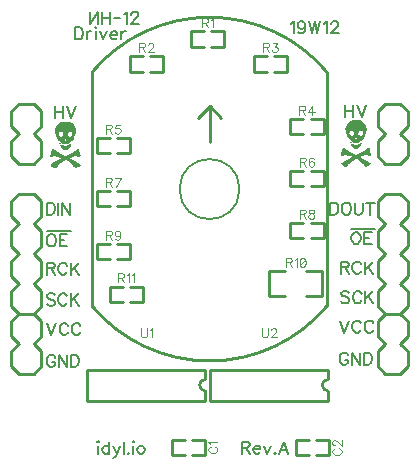
<source format=gbr>
G04 DipTrace 3.1.0.1*
G04 SerialNixieDriver.TopSilk.gbr*
%MOIN*%
G04 #@! TF.FileFunction,Legend,Top*
G04 #@! TF.Part,Single*
%ADD10C,0.009843*%
%ADD12C,0.002992*%
%ADD19C,0.01*%
%ADD20C,0.005*%
%ADD52C,0.004632*%
%ADD53C,0.006176*%
%FSLAX26Y26*%
G04*
G70*
G90*
G75*
G01*
G04 TopSilk*
%LPD*%
X1002277Y511732D2*
D10*
X958976D1*
Y460551D1*
X1002277D1*
X1069202Y511732D2*
X1025901D1*
X1069213D2*
Y460551D1*
X1025901D2*
X1069202D1*
X1415663Y511732D2*
X1372362D1*
Y460551D1*
X1415663D1*
X1482587Y511732D2*
X1439287D1*
X1482598D2*
Y460551D1*
X1439287D2*
X1482587D1*
X422756Y1606364D2*
Y1556416D1*
Y1606364D2*
X447756Y1631417D1*
X497756D1*
X522756Y1606364D1*
X422756Y1556416D2*
X447756Y1531362D1*
X422756Y1506468D1*
X497756Y1431467D2*
X522756Y1456361D1*
Y1506468D1*
X497756Y1531362D1*
X522756Y1556416D1*
Y1581470D1*
Y1606364D1*
X422756Y1506468D2*
Y1456361D1*
X447756Y1431467D1*
X497756D1*
X1643228Y1606364D2*
Y1556416D1*
Y1606364D2*
X1668228Y1631417D1*
X1718228D1*
X1743228Y1606364D1*
X1643228Y1556416D2*
X1668228Y1531362D1*
X1643228Y1506468D1*
X1718228Y1431467D2*
X1743228Y1456361D1*
Y1506468D1*
X1718228Y1531362D1*
X1743228Y1556416D1*
Y1581470D1*
Y1606364D1*
X1643228Y1506468D2*
Y1456361D1*
X1668228Y1431467D1*
X1718228D1*
X422756Y1306377D2*
Y1256417D1*
Y1306377D2*
X447756Y1331417D1*
X497756D1*
X522756Y1306377D1*
X422756Y1256417D2*
X447756Y1231377D1*
X422756Y1206457D1*
X522756Y956417D2*
Y1006377D1*
X497756Y1031417D1*
X522756Y1056457D1*
Y1106417D1*
X497756Y1131457D1*
X522756Y1156377D1*
Y1206457D1*
X497756Y1231377D1*
X522756Y1256417D1*
Y1281457D1*
Y1306377D1*
X422756Y1206457D2*
Y1156377D1*
X447756Y1131457D1*
X422756Y1106417D1*
Y1056457D1*
X447756Y1031417D1*
X422756Y1006377D1*
Y956417D1*
X447756Y931417D1*
X497756D1*
X522756Y956417D1*
X1643228Y1306377D2*
Y1256417D1*
Y1306377D2*
X1668228Y1331417D1*
X1718228D1*
X1743228Y1306377D1*
X1643228Y1256417D2*
X1668228Y1231377D1*
X1643228Y1206457D1*
X1743228Y956417D2*
Y1006377D1*
X1718228Y1031417D1*
X1743228Y1056457D1*
Y1106417D1*
X1718228Y1131457D1*
X1743228Y1156377D1*
Y1206457D1*
X1718228Y1231377D1*
X1743228Y1256417D1*
Y1281457D1*
Y1306377D1*
X1643228Y1206457D2*
Y1156377D1*
X1668228Y1131457D1*
X1643228Y1106417D1*
Y1056457D1*
X1668228Y1031417D1*
X1643228Y1006377D1*
Y956417D1*
X1668228Y931417D1*
X1718228D1*
X1743228Y956417D1*
X422756Y906364D2*
Y856416D1*
Y906364D2*
X447756Y931417D1*
X497756D1*
X522756Y906364D1*
X422756Y856416D2*
X447756Y831362D1*
X422756Y806468D1*
X497756Y731467D2*
X522756Y756361D1*
Y806468D1*
X497756Y831362D1*
X522756Y856416D1*
Y881470D1*
Y906364D1*
X422756Y806468D2*
Y756361D1*
X447756Y731467D1*
X497756D1*
X1643228Y906364D2*
Y856416D1*
Y906364D2*
X1668228Y931417D1*
X1718228D1*
X1743228Y906364D1*
X1643228Y856416D2*
X1668228Y831362D1*
X1643228Y806468D1*
X1718228Y731467D2*
X1743228Y756361D1*
Y806468D1*
X1718228Y831362D1*
X1743228Y856416D1*
Y881470D1*
Y906364D1*
X1643228Y806468D2*
Y756361D1*
X1668228Y731467D1*
X1718228D1*
X1473617Y956138D2*
D19*
G02X692367Y956138I-390625J327797D01*
G01*
X1473617Y1737405D2*
Y956138D1*
X692367D2*
Y1737405D1*
X982992Y1346772D2*
D20*
G02X982992Y1346772I100000J0D01*
G01*
X1082992Y1622392D2*
D10*
X1043617Y1582985D1*
X1082992Y1622392D2*
X1122367Y1582985D1*
X1473617Y1737405D2*
D19*
G03X692367Y1737405I-390625J-327797D01*
G01*
X1082992Y1504285D2*
D10*
Y1622392D1*
X1088904Y1821181D2*
X1132205D1*
Y1872362D1*
X1088904D1*
X1021980Y1821181D2*
X1065280D1*
X1021969D2*
Y1872362D1*
X1065280D2*
X1021980D1*
X884180Y1738504D2*
X927480D1*
Y1789685D1*
X884180D1*
X817255Y1738504D2*
X860556D1*
X817244D2*
Y1789685D1*
X860556D2*
X817255D1*
X1297565Y1738504D2*
X1340866D1*
Y1789685D1*
X1297565D1*
X1230641Y1738504D2*
X1273942D1*
X1230630D2*
Y1789685D1*
X1273942D2*
X1230641D1*
X1395978Y1581024D2*
X1352677D1*
Y1529843D1*
X1395978D1*
X1462902Y1581024D2*
X1419602D1*
X1462913D2*
Y1529843D1*
X1419602D2*
X1462902D1*
X773943Y1466850D2*
X817244D1*
Y1518031D1*
X773943D1*
X707019Y1466850D2*
X750320D1*
X707008D2*
Y1518031D1*
X750320D2*
X707019D1*
X1395978Y1407795D2*
X1352677D1*
Y1356614D1*
X1395978D1*
X1462902Y1407795D2*
X1419602D1*
X1462913D2*
Y1356614D1*
X1419602D2*
X1462902D1*
X773943Y1289685D2*
X817244D1*
Y1340866D1*
X773943D1*
X707019Y1289685D2*
X750320D1*
X707008D2*
Y1340866D1*
X750320D2*
X707019D1*
X1395978Y1234567D2*
X1352677D1*
Y1183386D1*
X1395978D1*
X1462902Y1234567D2*
X1419602D1*
X1462913D2*
Y1183386D1*
X1419602D2*
X1462902D1*
X773943Y1112520D2*
X817244D1*
Y1163701D1*
X773943D1*
X707019Y1112520D2*
X750320D1*
X707008D2*
Y1163701D1*
X750320D2*
X707019D1*
X1281811Y1073150D2*
X1334961D1*
X1281811Y990472D2*
X1334961D1*
X1405827Y1073150D2*
X1458976D1*
X1281811Y990472D2*
Y1073150D1*
X1405827Y990472D2*
X1458976D1*
Y1073150D1*
X817250Y970787D2*
X860551D1*
Y1021969D1*
X817250D1*
X750326Y970787D2*
X793627D1*
X750315D2*
Y1021969D1*
X793627D2*
X750326D1*
X1069394Y744417D2*
X675724D1*
X1069394Y642040D2*
X675724D1*
Y744417D2*
Y642040D1*
X1069394Y744417D2*
Y712923D1*
Y673534D2*
Y642040D1*
Y712923D2*
G03X1069394Y673534I11J-19694D01*
G01*
X1478843Y744417D2*
X1085173D1*
X1478843Y642040D2*
X1085173D1*
Y744417D2*
Y642040D1*
X1478843Y744417D2*
Y712923D1*
Y673534D2*
Y642040D1*
Y712923D2*
G03X1478843Y673534I11J-19694D01*
G01*
X591172Y1571820D2*
D12*
X612117D1*
X585417Y1568828D2*
X617871D1*
X580718Y1565836D2*
X622570D1*
X576962Y1562844D2*
X626315D1*
X573977Y1559852D2*
X629207D1*
X571662Y1556860D2*
X631245D1*
X569876Y1553867D2*
X632696D1*
X568599Y1550875D2*
X633922D1*
X567859Y1547883D2*
X634896D1*
X567507Y1544891D2*
X635399D1*
X567453Y1541899D2*
X635327D1*
X567770Y1538907D2*
X634738D1*
X568475Y1535915D2*
X578753D1*
X593564D2*
X609713D1*
X624536D2*
X633922D1*
X569338Y1532923D2*
X578116D1*
X595552D2*
X607975D1*
X625173D2*
X633028D1*
X570250Y1529930D2*
X577508D1*
X596168D2*
X606805D1*
X625781D2*
X631937D1*
X571348Y1526938D2*
X577946D1*
X595587D2*
X606959D1*
X625343D2*
X630664D1*
X572623Y1523946D2*
X580012D1*
X593426D2*
X609359D1*
X623276D2*
X629374D1*
X573926Y1520954D2*
X585103D1*
X588295D2*
X616094D1*
X618186D2*
X628298D1*
X575119Y1517962D2*
X627513D1*
X576391Y1514970D2*
X597706D1*
X605582D2*
X626566D1*
X578011Y1511978D2*
X595764D1*
X607525D2*
X625167D1*
X581429Y1508986D2*
X594164D1*
X609125D2*
X621686D1*
X585122Y1505993D2*
X617559D1*
X588372Y1503001D2*
X613298D1*
X582196Y1500009D2*
X585188D1*
X591172D2*
X609125D1*
X615109Y1497017D2*
X618101D1*
X585188Y1494025D2*
X588180D1*
X611366D2*
X617513D1*
X586696Y1491033D2*
X599587D1*
X602131D2*
X616271D1*
X588557Y1488041D2*
X614281D1*
X590834Y1485049D2*
X611775D1*
X593758Y1482056D2*
X609001D1*
X558259Y1479064D2*
X561251D1*
X597156D2*
X606133D1*
X642038D2*
X645030D1*
X556866Y1476072D2*
X565750D1*
X637539D2*
X645144D1*
X555901Y1473080D2*
X570101D1*
X633187D2*
X645539D1*
X555085Y1470088D2*
X574744D1*
X628545D2*
X646371D1*
X554175Y1467096D2*
X579934D1*
X623354D2*
X647608D1*
X553322Y1464104D2*
X585736D1*
X617552D2*
X649198D1*
X552725Y1461112D2*
X592464D1*
X610825D2*
X651014D1*
X552274Y1458119D2*
X558259D1*
X575661D2*
X600419D1*
X602870D2*
X624331D1*
X642038D2*
X648022D1*
X583588Y1455127D2*
X619276D1*
X591172Y1452135D2*
X615338D1*
X587580Y1449143D2*
X612117D1*
X583229Y1446151D2*
X617867D1*
X577772Y1443159D2*
X594740D1*
X609587D2*
X623864D1*
X571304Y1440167D2*
X589893D1*
X613321D2*
X630391D1*
X564661Y1437175D2*
X585529D1*
X617088D2*
X636889D1*
X559197Y1434182D2*
X581452D1*
X620592D2*
X642438D1*
X555047Y1431190D2*
X577969D1*
X623757D2*
X646963D1*
X553115Y1428198D2*
X575472D1*
X626493D2*
X651014D1*
X554827Y1425206D2*
X573686D1*
X628796D2*
X645922D1*
X559166Y1422214D2*
X572009D1*
X630918D2*
X640896D1*
X564243Y1419222D2*
X570227D1*
X633062D2*
X636054D1*
X1559676Y1575757D2*
X1580621D1*
X1553921Y1572765D2*
X1586375D1*
X1549222Y1569773D2*
X1591074D1*
X1545466Y1566781D2*
X1594819D1*
X1542481Y1563789D2*
X1597711D1*
X1540166Y1560797D2*
X1599749D1*
X1538380Y1557804D2*
X1601200D1*
X1537103Y1554812D2*
X1602426D1*
X1536363Y1551820D2*
X1603400D1*
X1536011Y1548828D2*
X1603903D1*
X1535957Y1545836D2*
X1603831D1*
X1536274Y1542844D2*
X1603241D1*
X1536979Y1539852D2*
X1547257D1*
X1562068D2*
X1578217D1*
X1593040D2*
X1602426D1*
X1537842Y1536860D2*
X1546620D1*
X1564056D2*
X1576478D1*
X1593677D2*
X1601532D1*
X1538754Y1533867D2*
X1546012D1*
X1564672D2*
X1575309D1*
X1594285D2*
X1600441D1*
X1539852Y1530875D2*
X1546450D1*
X1564091D2*
X1575463D1*
X1593847D2*
X1599168D1*
X1541127Y1527883D2*
X1548516D1*
X1561930D2*
X1577863D1*
X1591780D2*
X1597878D1*
X1542430Y1524891D2*
X1553606D1*
X1556799D2*
X1584598D1*
X1586690D2*
X1596802D1*
X1543623Y1521899D2*
X1596017D1*
X1544894Y1518907D2*
X1566210D1*
X1574086D2*
X1595070D1*
X1546515Y1515915D2*
X1564268D1*
X1576029D2*
X1593671D1*
X1549933Y1512923D2*
X1562668D1*
X1577629D2*
X1590190D1*
X1553625Y1509930D2*
X1586063D1*
X1556876Y1506938D2*
X1581802D1*
X1550699Y1503946D2*
X1553692D1*
X1559676D2*
X1577629D1*
X1583613Y1500954D2*
X1586605D1*
X1553692Y1497962D2*
X1556684D1*
X1579870D2*
X1586017D1*
X1555200Y1494970D2*
X1568091D1*
X1570635D2*
X1584775D1*
X1557061Y1491978D2*
X1582785D1*
X1559338Y1488986D2*
X1580279D1*
X1562262Y1485993D2*
X1577505D1*
X1526762Y1483001D2*
X1529755D1*
X1565660D2*
X1574636D1*
X1610542D2*
X1613534D1*
X1525370Y1480009D2*
X1534254D1*
X1606043D2*
X1613648D1*
X1524405Y1477017D2*
X1538605D1*
X1601691D2*
X1614043D1*
X1523589Y1474025D2*
X1543248D1*
X1597049D2*
X1614875D1*
X1522679Y1471033D2*
X1548438D1*
X1591858D2*
X1616112D1*
X1521826Y1468041D2*
X1554240D1*
X1586056D2*
X1617702D1*
X1521228Y1465049D2*
X1560968D1*
X1579329D2*
X1619518D1*
X1520778Y1462056D2*
X1526762D1*
X1544165D2*
X1568922D1*
X1571374D2*
X1592835D1*
X1610542D2*
X1616526D1*
X1552092Y1459064D2*
X1587780D1*
X1559676Y1456072D2*
X1583842D1*
X1556084Y1453080D2*
X1580621D1*
X1551733Y1450088D2*
X1586370D1*
X1546276Y1447096D2*
X1563244D1*
X1578091D2*
X1592368D1*
X1539808Y1444104D2*
X1558397D1*
X1581825D2*
X1598895D1*
X1533165Y1441112D2*
X1554033D1*
X1585592D2*
X1605393D1*
X1527700Y1438119D2*
X1549955D1*
X1589096D2*
X1610942D1*
X1523551Y1435127D2*
X1546473D1*
X1592261D2*
X1615467D1*
X1521619Y1432135D2*
X1543975D1*
X1594997D2*
X1619518D1*
X1523331Y1429143D2*
X1542190D1*
X1597300D2*
X1614426D1*
X1527670Y1426151D2*
X1540512D1*
X1599422D2*
X1609400D1*
X1532747Y1423159D2*
X1538731D1*
X1601566D2*
X1604558D1*
X591172Y1571820D2*
X585417Y1568828D1*
X580718Y1565836D1*
X576962Y1562844D1*
X573977Y1559852D1*
X571662Y1556860D1*
X569876Y1553867D1*
X568599Y1550875D1*
X567859Y1547883D1*
X567507Y1544891D1*
X567453Y1541899D1*
X567770Y1538907D1*
X568475Y1535915D1*
X569338Y1532923D1*
X570250Y1529930D1*
X571348Y1526938D1*
X572623Y1523946D1*
X573926Y1520954D1*
X575119Y1517962D1*
X576391Y1514970D1*
X578011Y1511978D1*
X581429Y1508986D1*
X585122Y1505993D1*
X588372Y1503001D1*
X591172Y1500009D1*
X612117Y1571820D2*
X617871Y1568828D1*
X622570Y1565836D1*
X626315Y1562844D1*
X629207Y1559852D1*
X631245Y1556860D1*
X632696Y1553867D1*
X633922Y1550875D1*
X634896Y1547883D1*
X635399Y1544891D1*
X635327Y1541899D1*
X634738Y1538907D1*
X633922Y1535915D1*
X633028Y1532923D1*
X631937Y1529930D1*
X630664Y1526938D1*
X629374Y1523946D1*
X628298Y1520954D1*
X627513Y1517962D1*
X626566Y1514970D1*
X625167Y1511978D1*
X621686Y1508986D1*
X617559Y1505993D1*
X613298Y1503001D1*
X609125Y1500009D1*
X579203Y1538907D2*
X578753Y1535915D1*
X578116Y1532923D1*
X577508Y1529930D1*
X577946Y1526938D1*
X580012Y1523946D1*
X585103Y1520954D1*
X591172Y1517962D1*
Y1538907D2*
X593564Y1535915D1*
X595552Y1532923D1*
X596168Y1529930D1*
X595587Y1526938D1*
X593426Y1523946D1*
X588295Y1520954D1*
X582196Y1517962D1*
X612117Y1538907D2*
X609713Y1535915D1*
X607975Y1532923D1*
X606805Y1529930D1*
X606959Y1526938D1*
X609359Y1523946D1*
X616094Y1520954D1*
X624085Y1517962D1*
Y1538907D2*
X624536Y1535915D1*
X625173Y1532923D1*
X625781Y1529930D1*
X625343Y1526938D1*
X623276Y1523946D1*
X618186Y1520954D1*
X612117Y1517962D1*
X600148D2*
X597706Y1514970D1*
X595764Y1511978D1*
X594164Y1508986D1*
X606133Y1505993D1*
X603140Y1517962D2*
X605582Y1514970D1*
X607525Y1511978D1*
X609125Y1508986D1*
X597156Y1505993D1*
X582196Y1500009D2*
X585188D2*
X615109Y1497017D2*
X611366Y1494025D1*
X602131Y1491033D1*
X591172Y1488041D1*
X618101Y1497017D2*
X617513Y1494025D1*
X616271Y1491033D1*
X614281Y1488041D1*
X611775Y1485049D1*
X609001Y1482056D1*
X606133Y1479064D1*
X585188Y1494025D2*
X586696Y1491033D1*
X588557Y1488041D1*
X590834Y1485049D1*
X593758Y1482056D1*
X597156Y1479064D1*
X588180Y1494025D2*
X599587Y1491033D1*
X612117Y1488041D1*
X558259Y1479064D2*
X556866Y1476072D1*
X555901Y1473080D1*
X555085Y1470088D1*
X554175Y1467096D1*
X553322Y1464104D1*
X552725Y1461112D1*
X552274Y1458119D1*
X561251Y1479064D2*
X565750Y1476072D1*
X570101Y1473080D1*
X574744Y1470088D1*
X579934Y1467096D1*
X585736Y1464104D1*
X592464Y1461112D1*
X600419Y1458119D1*
X609125Y1455127D1*
X642038Y1479064D2*
X637539Y1476072D1*
X633187Y1473080D1*
X628545Y1470088D1*
X623354Y1467096D1*
X617552Y1464104D1*
X610825Y1461112D1*
X602870Y1458119D1*
X594164Y1455127D1*
X645030Y1479064D2*
X645144Y1476072D1*
X645539Y1473080D1*
X646371Y1470088D1*
X647608Y1467096D1*
X649198Y1464104D1*
X651014Y1461112D1*
X648022Y1458119D1*
X561251Y1461112D2*
X558259Y1458119D1*
X567235Y1461112D2*
X575661Y1458119D1*
X583588Y1455127D1*
X591172Y1452135D1*
X587580Y1449143D1*
X583229Y1446151D1*
X577772Y1443159D1*
X571304Y1440167D1*
X564661Y1437175D1*
X559197Y1434182D1*
X555047Y1431190D1*
X553115Y1428198D1*
X554827Y1425206D1*
X559166Y1422214D1*
X564243Y1419222D1*
X630070Y1461112D2*
X624331Y1458119D1*
X619276Y1455127D1*
X615338Y1452135D1*
X612117Y1449143D1*
X617867Y1446151D1*
X623864Y1443159D1*
X630391Y1440167D1*
X636889Y1437175D1*
X642438Y1434182D1*
X646963Y1431190D1*
X651014Y1428198D1*
X645922Y1425206D1*
X640896Y1422214D1*
X636054Y1419222D1*
X639046Y1461112D2*
X642038Y1458119D1*
X600148Y1446151D2*
X594740Y1443159D1*
X589893Y1440167D1*
X585529Y1437175D1*
X581452Y1434182D1*
X577969Y1431190D1*
X575472Y1428198D1*
X573686Y1425206D1*
X572009Y1422214D1*
X570227Y1419222D1*
X606133Y1446151D2*
X609587Y1443159D1*
X613321Y1440167D1*
X617088Y1437175D1*
X620592Y1434182D1*
X623757Y1431190D1*
X626493Y1428198D1*
X628796Y1425206D1*
X630918Y1422214D1*
X633062Y1419222D1*
X1559676Y1575757D2*
X1553921Y1572765D1*
X1549222Y1569773D1*
X1545466Y1566781D1*
X1542481Y1563789D1*
X1540166Y1560797D1*
X1538380Y1557804D1*
X1537103Y1554812D1*
X1536363Y1551820D1*
X1536011Y1548828D1*
X1535957Y1545836D1*
X1536274Y1542844D1*
X1536979Y1539852D1*
X1537842Y1536860D1*
X1538754Y1533867D1*
X1539852Y1530875D1*
X1541127Y1527883D1*
X1542430Y1524891D1*
X1543623Y1521899D1*
X1544894Y1518907D1*
X1546515Y1515915D1*
X1549933Y1512923D1*
X1553625Y1509930D1*
X1556876Y1506938D1*
X1559676Y1503946D1*
X1580621Y1575757D2*
X1586375Y1572765D1*
X1591074Y1569773D1*
X1594819Y1566781D1*
X1597711Y1563789D1*
X1599749Y1560797D1*
X1601200Y1557804D1*
X1602426Y1554812D1*
X1603400Y1551820D1*
X1603903Y1548828D1*
X1603831Y1545836D1*
X1603241Y1542844D1*
X1602426Y1539852D1*
X1601532Y1536860D1*
X1600441Y1533867D1*
X1599168Y1530875D1*
X1597878Y1527883D1*
X1596802Y1524891D1*
X1596017Y1521899D1*
X1595070Y1518907D1*
X1593671Y1515915D1*
X1590190Y1512923D1*
X1586063Y1509930D1*
X1581802Y1506938D1*
X1577629Y1503946D1*
X1547707Y1542844D2*
X1547257Y1539852D1*
X1546620Y1536860D1*
X1546012Y1533867D1*
X1546450Y1530875D1*
X1548516Y1527883D1*
X1553606Y1524891D1*
X1559676Y1521899D1*
Y1542844D2*
X1562068Y1539852D1*
X1564056Y1536860D1*
X1564672Y1533867D1*
X1564091Y1530875D1*
X1561930Y1527883D1*
X1556799Y1524891D1*
X1550699Y1521899D1*
X1580621Y1542844D2*
X1578217Y1539852D1*
X1576478Y1536860D1*
X1575309Y1533867D1*
X1575463Y1530875D1*
X1577863Y1527883D1*
X1584598Y1524891D1*
X1592589Y1521899D1*
Y1542844D2*
X1593040Y1539852D1*
X1593677Y1536860D1*
X1594285Y1533867D1*
X1593847Y1530875D1*
X1591780Y1527883D1*
X1586690Y1524891D1*
X1580621Y1521899D1*
X1568652D2*
X1566210Y1518907D1*
X1564268Y1515915D1*
X1562668Y1512923D1*
X1574636Y1509930D1*
X1571644Y1521899D2*
X1574086Y1518907D1*
X1576029Y1515915D1*
X1577629Y1512923D1*
X1565660Y1509930D1*
X1550699Y1503946D2*
X1553692D2*
X1583613Y1500954D2*
X1579870Y1497962D1*
X1570635Y1494970D1*
X1559676Y1491978D1*
X1586605Y1500954D2*
X1586017Y1497962D1*
X1584775Y1494970D1*
X1582785Y1491978D1*
X1580279Y1488986D1*
X1577505Y1485993D1*
X1574636Y1483001D1*
X1553692Y1497962D2*
X1555200Y1494970D1*
X1557061Y1491978D1*
X1559338Y1488986D1*
X1562262Y1485993D1*
X1565660Y1483001D1*
X1556684Y1497962D2*
X1568091Y1494970D1*
X1580621Y1491978D1*
X1526762Y1483001D2*
X1525370Y1480009D1*
X1524405Y1477017D1*
X1523589Y1474025D1*
X1522679Y1471033D1*
X1521826Y1468041D1*
X1521228Y1465049D1*
X1520778Y1462056D1*
X1529755Y1483001D2*
X1534254Y1480009D1*
X1538605Y1477017D1*
X1543248Y1474025D1*
X1548438Y1471033D1*
X1554240Y1468041D1*
X1560968Y1465049D1*
X1568922Y1462056D1*
X1577629Y1459064D1*
X1610542Y1483001D2*
X1606043Y1480009D1*
X1601691Y1477017D1*
X1597049Y1474025D1*
X1591858Y1471033D1*
X1586056Y1468041D1*
X1579329Y1465049D1*
X1571374Y1462056D1*
X1562668Y1459064D1*
X1613534Y1483001D2*
X1613648Y1480009D1*
X1614043Y1477017D1*
X1614875Y1474025D1*
X1616112Y1471033D1*
X1617702Y1468041D1*
X1619518Y1465049D1*
X1616526Y1462056D1*
X1529755Y1465049D2*
X1526762Y1462056D1*
X1535739Y1465049D2*
X1544165Y1462056D1*
X1552092Y1459064D1*
X1559676Y1456072D1*
X1556084Y1453080D1*
X1551733Y1450088D1*
X1546276Y1447096D1*
X1539808Y1444104D1*
X1533165Y1441112D1*
X1527700Y1438119D1*
X1523551Y1435127D1*
X1521619Y1432135D1*
X1523331Y1429143D1*
X1527670Y1426151D1*
X1532747Y1423159D1*
X1598573Y1465049D2*
X1592835Y1462056D1*
X1587780Y1459064D1*
X1583842Y1456072D1*
X1580621Y1453080D1*
X1586370Y1450088D1*
X1592368Y1447096D1*
X1598895Y1444104D1*
X1605393Y1441112D1*
X1610942Y1438119D1*
X1615467Y1435127D1*
X1619518Y1432135D1*
X1614426Y1429143D1*
X1609400Y1426151D1*
X1604558Y1423159D1*
X1607550Y1465049D2*
X1610542Y1462056D1*
X1568652Y1450088D2*
X1563244Y1447096D1*
X1558397Y1444104D1*
X1554033Y1441112D1*
X1549955Y1438119D1*
X1546473Y1435127D1*
X1543975Y1432135D1*
X1542190Y1429143D1*
X1540512Y1426151D1*
X1538731Y1423159D1*
X1574636Y1450088D2*
X1578091Y1447096D1*
X1581825Y1444104D1*
X1585592Y1441112D1*
X1589096Y1438119D1*
X1592261Y1435127D1*
X1594997Y1432135D1*
X1597300Y1429143D1*
X1599422Y1426151D1*
X1601566Y1423159D1*
X1086551Y488673D2*
D52*
X1083699Y487247D1*
X1080814Y484362D1*
X1079388Y481510D1*
Y475773D1*
X1080814Y472888D1*
X1083699Y470036D1*
X1086551Y468577D1*
X1090862Y467151D1*
X1098058D1*
X1102336Y468577D1*
X1105221Y470036D1*
X1108073Y472888D1*
X1109532Y475773D1*
Y481510D1*
X1108073Y484362D1*
X1105221Y487247D1*
X1102336Y488673D1*
X1085158Y497937D2*
X1083699Y500822D1*
X1079421Y505133D1*
X1109532D1*
X1499937Y482223D2*
X1497085Y480797D1*
X1494200Y477912D1*
X1492774Y475060D1*
Y469323D1*
X1494200Y466438D1*
X1497085Y463586D1*
X1499937Y462127D1*
X1504248Y460701D1*
X1511444D1*
X1515722Y462127D1*
X1518607Y463586D1*
X1521459Y466438D1*
X1522918Y469323D1*
Y475060D1*
X1521459Y477912D1*
X1518607Y480797D1*
X1515722Y482223D1*
X1499970Y492946D2*
X1498544D1*
X1495659Y494372D1*
X1494233Y495798D1*
X1492807Y498683D1*
Y504420D1*
X1494233Y507272D1*
X1495659Y508697D1*
X1498544Y510157D1*
X1501396D1*
X1504281Y508697D1*
X1508559Y505846D1*
X1522918Y491486D1*
Y511582D1*
X1058809Y1901937D2*
X1071709D1*
X1076020Y1903396D1*
X1077479Y1904822D1*
X1078905Y1907674D1*
Y1910559D1*
X1077479Y1913411D1*
X1076020Y1914870D1*
X1071709Y1916296D1*
X1058809D1*
Y1886152D1*
X1068857Y1901937D2*
X1078905Y1886152D1*
X1088168Y1910526D2*
X1091053Y1911985D1*
X1095364Y1916263D1*
Y1886152D1*
X847634Y1819260D2*
X860534D1*
X864845Y1820719D1*
X866304Y1822145D1*
X867730Y1824997D1*
Y1827882D1*
X866304Y1830734D1*
X864845Y1832193D1*
X860534Y1833619D1*
X847634D1*
Y1803475D1*
X857682Y1819260D2*
X867730Y1803475D1*
X878453Y1826423D2*
Y1827849D1*
X879879Y1830734D1*
X881305Y1832160D1*
X884190Y1833586D1*
X889927D1*
X892779Y1832160D1*
X894205Y1830734D1*
X895664Y1827849D1*
Y1824997D1*
X894205Y1822112D1*
X891353Y1817834D1*
X876994Y1803475D1*
X897090D1*
X1261020Y1819260D2*
X1273920D1*
X1278231Y1820719D1*
X1279690Y1822145D1*
X1281116Y1824997D1*
Y1827882D1*
X1279690Y1830734D1*
X1278231Y1832193D1*
X1273920Y1833619D1*
X1261020D1*
Y1803475D1*
X1271068Y1819260D2*
X1281116Y1803475D1*
X1293265Y1833586D2*
X1309017D1*
X1300428Y1822112D1*
X1304739D1*
X1307591Y1820686D1*
X1309017Y1819260D1*
X1310476Y1814949D1*
Y1812097D1*
X1309017Y1807786D1*
X1306165Y1804901D1*
X1301854Y1803475D1*
X1297543D1*
X1293265Y1804901D1*
X1291839Y1806360D1*
X1290380Y1809212D1*
X1382355Y1610598D2*
X1395254D1*
X1399565Y1612058D1*
X1401025Y1613484D1*
X1402451Y1616335D1*
Y1619220D1*
X1401025Y1622072D1*
X1399565Y1623532D1*
X1395254Y1624957D1*
X1382355D1*
Y1594813D1*
X1392403Y1610598D2*
X1402451Y1594813D1*
X1426073D2*
Y1624924D1*
X1411714Y1604861D1*
X1433236D1*
X737398Y1547606D2*
X750298D1*
X754609Y1549065D1*
X756068Y1550491D1*
X757494Y1553343D1*
Y1556228D1*
X756068Y1559080D1*
X754609Y1560539D1*
X750298Y1561965D1*
X737398D1*
Y1531821D1*
X747446Y1547606D2*
X757494Y1531821D1*
X783969Y1561932D2*
X769643D1*
X768217Y1549032D1*
X769643Y1550458D1*
X773954Y1551917D1*
X778232D1*
X782543Y1550458D1*
X785428Y1547606D1*
X786854Y1543295D1*
Y1540443D1*
X785428Y1536132D1*
X782543Y1533247D1*
X778232Y1531821D1*
X773954D1*
X769643Y1533247D1*
X768217Y1534706D1*
X766758Y1537558D1*
X1383797Y1437370D2*
X1396697D1*
X1401008Y1438829D1*
X1402467Y1440255D1*
X1403893Y1443107D1*
Y1445992D1*
X1402467Y1448844D1*
X1401008Y1450303D1*
X1396697Y1451729D1*
X1383797D1*
Y1421585D1*
X1393845Y1437370D2*
X1403893Y1421585D1*
X1430368Y1447418D2*
X1428942Y1450270D1*
X1424631Y1451696D1*
X1421779D1*
X1417468Y1450270D1*
X1414583Y1445959D1*
X1413157Y1438796D1*
Y1431633D1*
X1414583Y1425896D1*
X1417468Y1423011D1*
X1421779Y1421585D1*
X1423205D1*
X1427482Y1423011D1*
X1430368Y1425896D1*
X1431793Y1430207D1*
Y1431633D1*
X1430368Y1435944D1*
X1427482Y1438796D1*
X1423205Y1440222D1*
X1421779D1*
X1417468Y1438796D1*
X1414583Y1435944D1*
X1413157Y1431633D1*
X737398Y1370441D2*
X750298D1*
X754609Y1371900D1*
X756068Y1373326D1*
X757494Y1376178D1*
Y1379063D1*
X756068Y1381915D1*
X754609Y1383374D1*
X750298Y1384800D1*
X737398D1*
Y1354656D1*
X747446Y1370441D2*
X757494Y1354656D1*
X772495D2*
X786854Y1384767D1*
X766758D1*
X1383084Y1264142D2*
X1395984D1*
X1400295Y1265601D1*
X1401754Y1267027D1*
X1403180Y1269879D1*
Y1272764D1*
X1401754Y1275616D1*
X1400295Y1277075D1*
X1395984Y1278501D1*
X1383084D1*
Y1248357D1*
X1393132Y1264142D2*
X1403180Y1248357D1*
X1419607Y1278468D2*
X1415329Y1277042D1*
X1413870Y1274190D1*
Y1271305D1*
X1415329Y1268453D1*
X1418181Y1266994D1*
X1423918Y1265568D1*
X1428229Y1264142D1*
X1431081Y1261257D1*
X1432506Y1258405D1*
Y1254094D1*
X1431081Y1251242D1*
X1429655Y1249783D1*
X1425344Y1248357D1*
X1419607D1*
X1415329Y1249783D1*
X1413870Y1251242D1*
X1412444Y1254094D1*
Y1258405D1*
X1413870Y1261257D1*
X1416755Y1264142D1*
X1421033Y1265568D1*
X1426769Y1266994D1*
X1429655Y1268453D1*
X1431081Y1271305D1*
Y1274190D1*
X1429655Y1277042D1*
X1425344Y1278468D1*
X1419607D1*
X738111Y1193276D2*
X751011D1*
X755322Y1194735D1*
X756781Y1196161D1*
X758207Y1199013D1*
Y1201898D1*
X756781Y1204750D1*
X755322Y1206209D1*
X751011Y1207635D1*
X738111D1*
Y1177491D1*
X748159Y1193276D2*
X758207Y1177491D1*
X786141Y1197587D2*
X784682Y1193276D1*
X781830Y1190391D1*
X777519Y1188965D1*
X776093D1*
X771782Y1190391D1*
X768930Y1193276D1*
X767471Y1197587D1*
Y1199013D1*
X768930Y1203324D1*
X771782Y1206176D1*
X776093Y1207601D1*
X777519D1*
X781830Y1206176D1*
X784682Y1203324D1*
X786141Y1197587D1*
Y1190391D1*
X784682Y1183228D1*
X781830Y1178917D1*
X777519Y1177491D1*
X774667D1*
X770356Y1178917D1*
X768930Y1181802D1*
X1337436Y1102724D2*
X1350336D1*
X1354647Y1104184D1*
X1356106Y1105609D1*
X1357532Y1108461D1*
Y1111346D1*
X1356106Y1114198D1*
X1354647Y1115657D1*
X1350336Y1117083D1*
X1337436D1*
Y1086939D1*
X1347484Y1102724D2*
X1357532Y1086939D1*
X1366796Y1111313D2*
X1369681Y1112772D1*
X1373992Y1117050D1*
Y1086939D1*
X1391877Y1117050D2*
X1387566Y1115624D1*
X1384681Y1111313D1*
X1383255Y1104150D1*
Y1099839D1*
X1384681Y1092676D1*
X1387566Y1088365D1*
X1391877Y1086939D1*
X1394729D1*
X1399040Y1088365D1*
X1401892Y1092676D1*
X1403351Y1099839D1*
Y1104150D1*
X1401892Y1111313D1*
X1399040Y1115624D1*
X1394729Y1117050D1*
X1391877D1*
X1401892Y1111313D2*
X1384681Y1092676D1*
X778925Y1051543D2*
X791825D1*
X796136Y1053002D1*
X797595Y1054428D1*
X799021Y1057280D1*
Y1060165D1*
X797595Y1063017D1*
X796136Y1064476D1*
X791825Y1065902D1*
X778925D1*
Y1035758D1*
X788973Y1051543D2*
X799021Y1035758D1*
X808285Y1060132D2*
X811170Y1061591D1*
X815481Y1065869D1*
Y1035758D1*
X824745Y1060132D2*
X827630Y1061591D1*
X831941Y1065869D1*
Y1035758D1*
X854281Y882831D2*
Y861310D1*
X855707Y856999D1*
X858592Y854147D1*
X862903Y852687D1*
X865755D1*
X870066Y854147D1*
X872951Y856999D1*
X874377Y861310D1*
Y882831D1*
X883641Y877061D2*
X886526Y878520D1*
X890837Y882798D1*
Y852687D1*
X1257280Y882831D2*
Y861310D1*
X1258706Y856999D1*
X1261591Y854147D1*
X1265902Y852687D1*
X1268754D1*
X1273065Y854147D1*
X1275950Y856999D1*
X1277376Y861310D1*
Y882831D1*
X1288099Y875635D2*
Y877061D1*
X1289525Y879946D1*
X1290951Y881372D1*
X1293836Y882798D1*
X1299573D1*
X1302425Y881372D1*
X1303851Y879946D1*
X1305310Y877061D1*
Y874209D1*
X1303851Y871324D1*
X1300999Y867047D1*
X1286640Y852687D1*
X1306736D1*
X539993Y900551D2*
D53*
X555292Y860359D1*
X570591Y900551D1*
X611638Y891001D2*
X609737Y894803D1*
X605890Y898650D1*
X602087Y900551D1*
X594438D1*
X590591Y898650D1*
X586789Y894803D1*
X584843Y891001D1*
X582942Y885253D1*
Y875658D1*
X584843Y869954D1*
X586789Y866107D1*
X590591Y862305D1*
X594438Y860359D1*
X602087D1*
X605890Y862305D1*
X609737Y866107D1*
X611638Y869954D1*
X652685Y891001D2*
X650784Y894803D1*
X646937Y898650D1*
X643135Y900551D1*
X635485D1*
X631639Y898650D1*
X627836Y894803D1*
X625891Y891001D1*
X623989Y885253D1*
Y875658D1*
X625891Y869954D1*
X627836Y866107D1*
X631639Y862305D1*
X635485Y860359D1*
X643135D1*
X646937Y862305D1*
X650784Y866107D1*
X652685Y869954D1*
X568689Y784701D2*
X566788Y788504D1*
X562941Y792351D1*
X559139Y794252D1*
X551489D1*
X547643Y792351D1*
X543840Y788504D1*
X541895Y784701D1*
X539993Y778953D1*
Y769359D1*
X541895Y763655D1*
X543840Y759808D1*
X547643Y756005D1*
X551489Y754060D1*
X559139D1*
X562941Y756005D1*
X566788Y759808D1*
X568689Y763655D1*
Y769359D1*
X559139D1*
X607835Y794252D2*
Y754060D1*
X581041Y794252D1*
Y754060D1*
X620187Y794252D2*
Y754060D1*
X633584D1*
X639332Y756005D1*
X643179Y759808D1*
X645080Y763655D1*
X646981Y769359D1*
Y778953D1*
X645080Y784701D1*
X643179Y788504D1*
X639332Y792351D1*
X633584Y794252D1*
X620187D1*
X566788Y993228D2*
X562985Y997075D1*
X557237Y998976D1*
X549588D1*
X543840Y997075D1*
X539993Y993228D1*
Y989426D1*
X541939Y985579D1*
X543840Y983678D1*
X547643Y981776D1*
X559139Y977930D1*
X562985Y976028D1*
X564887Y974083D1*
X566788Y970280D1*
Y964532D1*
X562985Y960730D1*
X557237Y958784D1*
X549588D1*
X543840Y960730D1*
X539993Y964532D1*
X607835Y989426D2*
X605934Y993228D1*
X602087Y997075D1*
X598285Y998976D1*
X590635D1*
X586789Y997075D1*
X582986Y993228D1*
X581041Y989426D1*
X579139Y983678D1*
Y974083D1*
X581041Y968379D1*
X582986Y964532D1*
X586789Y960730D1*
X590635Y958784D1*
X598285D1*
X602087Y960730D1*
X605934Y964532D1*
X607835Y968379D1*
X620187Y998976D2*
Y958784D1*
X646981Y998976D2*
X620187Y972182D1*
X629737Y981776D2*
X646981Y958784D1*
X1516371Y908425D2*
X1531670Y868233D1*
X1546969Y908425D1*
X1588016Y898875D2*
X1586115Y902677D1*
X1582268Y906524D1*
X1578465Y908425D1*
X1570816D1*
X1566969Y906524D1*
X1563167Y902677D1*
X1561221Y898875D1*
X1559320Y893127D1*
Y883532D1*
X1561221Y877828D1*
X1563167Y873981D1*
X1566969Y870179D1*
X1570816Y868233D1*
X1578465D1*
X1582268Y870179D1*
X1586115Y873981D1*
X1588016Y877828D1*
X1629063Y898875D2*
X1627162Y902677D1*
X1623315Y906524D1*
X1619513Y908425D1*
X1611863D1*
X1608017Y906524D1*
X1604214Y902677D1*
X1602269Y898875D1*
X1600367Y893127D1*
Y883532D1*
X1602269Y877828D1*
X1604214Y873981D1*
X1608017Y870179D1*
X1611863Y868233D1*
X1619513D1*
X1623315Y870179D1*
X1627162Y873981D1*
X1629063Y877828D1*
X551489Y1195827D2*
X547643Y1193925D1*
X543840Y1190079D1*
X541895Y1186276D1*
X539993Y1180528D1*
Y1170933D1*
X541895Y1165230D1*
X543840Y1161383D1*
X547643Y1157580D1*
X551489Y1155635D1*
X559139D1*
X562941Y1157580D1*
X566788Y1161383D1*
X568689Y1165230D1*
X570591Y1170933D1*
Y1180528D1*
X568689Y1186276D1*
X566788Y1190079D1*
X562941Y1193925D1*
X559139Y1195827D1*
X551489D1*
X607791D2*
X582942D1*
Y1155635D1*
X607791D1*
X582942Y1176681D2*
X598241D1*
X539993Y1206306D2*
X620143D1*
X539993Y1082193D2*
X557193D1*
X562941Y1084139D1*
X564887Y1086040D1*
X566788Y1089842D1*
Y1093689D1*
X564887Y1097492D1*
X562941Y1099437D1*
X557193Y1101339D1*
X539993D1*
Y1061147D1*
X553391Y1082193D2*
X566788Y1061147D1*
X607835Y1091788D2*
X605934Y1095591D1*
X602087Y1099437D1*
X598285Y1101339D1*
X590635D1*
X586789Y1099437D1*
X582986Y1095591D1*
X581041Y1091788D1*
X579139Y1086040D1*
Y1076445D1*
X581041Y1070741D1*
X582986Y1066895D1*
X586789Y1063092D1*
X590635Y1061147D1*
X598285D1*
X602087Y1063092D1*
X605934Y1066895D1*
X607835Y1070741D1*
X620187Y1101339D2*
Y1061147D1*
X646981Y1101339D2*
X620187Y1074544D1*
X629737Y1084139D2*
X646981Y1061147D1*
X539993Y1302126D2*
Y1261934D1*
X553391D1*
X559139Y1263879D1*
X562985Y1267682D1*
X564887Y1271529D1*
X566788Y1277233D1*
Y1286827D1*
X564887Y1292575D1*
X562985Y1296378D1*
X559139Y1300225D1*
X553391Y1302126D1*
X539993D1*
X579139D2*
Y1261934D1*
X618285Y1302126D2*
Y1261934D1*
X591491Y1302126D1*
Y1261934D1*
X567552Y1622598D2*
Y1582406D1*
X594347Y1622598D2*
Y1582406D1*
X567552Y1603453D2*
X594347D1*
X606698Y1622598D2*
X621997Y1582406D1*
X637296Y1622598D1*
X1545067Y792575D2*
X1543166Y796378D1*
X1539319Y800225D1*
X1535517Y802126D1*
X1527867D1*
X1524021Y800225D1*
X1520218Y796378D1*
X1518273Y792575D1*
X1516371Y786827D1*
Y777233D1*
X1518273Y771529D1*
X1520218Y767682D1*
X1524021Y763879D1*
X1527867Y761934D1*
X1535517D1*
X1539319Y763879D1*
X1543166Y767682D1*
X1545067Y771529D1*
Y777233D1*
X1535517D1*
X1584213Y802126D2*
Y761934D1*
X1557419Y802126D1*
Y761934D1*
X1596565Y802126D2*
Y761934D1*
X1609962D1*
X1615710Y763879D1*
X1619557Y767682D1*
X1621458Y771529D1*
X1623359Y777233D1*
Y786827D1*
X1621458Y792575D1*
X1619557Y796378D1*
X1615710Y800225D1*
X1609962Y802126D1*
X1596565D1*
X1549071Y1001102D2*
X1545269Y1004949D1*
X1539521Y1006850D1*
X1531872D1*
X1526124Y1004949D1*
X1522277Y1001102D1*
Y997300D1*
X1524222Y993453D1*
X1526124Y991552D1*
X1529926Y989650D1*
X1541422Y985804D1*
X1545269Y983902D1*
X1547170Y981957D1*
X1549071Y978154D1*
Y972406D1*
X1545269Y968604D1*
X1539521Y966658D1*
X1531872D1*
X1526124Y968604D1*
X1522277Y972406D1*
X1590119Y997300D2*
X1588218Y1001102D1*
X1584371Y1004949D1*
X1580568Y1006850D1*
X1572919D1*
X1569072Y1004949D1*
X1565270Y1001102D1*
X1563324Y997300D1*
X1561423Y991552D1*
Y981957D1*
X1563324Y976253D1*
X1565270Y972406D1*
X1569072Y968604D1*
X1572919Y966658D1*
X1580568D1*
X1584371Y968604D1*
X1588218Y972406D1*
X1590119Y976253D1*
X1602470Y1006850D2*
Y966658D1*
X1629265Y1006850D2*
X1602470Y980056D1*
X1612021Y989650D2*
X1629265Y966658D1*
X1567237Y1203701D2*
X1563391Y1201799D1*
X1559588Y1197953D1*
X1557643Y1194150D1*
X1555741Y1188402D1*
Y1178807D1*
X1557643Y1173104D1*
X1559588Y1169257D1*
X1563391Y1165454D1*
X1567237Y1163509D1*
X1574887D1*
X1578689Y1165454D1*
X1582536Y1169257D1*
X1584437Y1173104D1*
X1586339Y1178807D1*
Y1188402D1*
X1584437Y1194150D1*
X1582536Y1197953D1*
X1578689Y1201799D1*
X1574887Y1203701D1*
X1567237D1*
X1623539D2*
X1598690D1*
Y1163509D1*
X1623539D1*
X1598690Y1184555D2*
X1613989D1*
X1555741Y1214180D2*
X1635891D1*
X1520308Y1086130D2*
X1537508D1*
X1543256Y1088076D1*
X1545202Y1089977D1*
X1547103Y1093780D1*
Y1097626D1*
X1545202Y1101429D1*
X1543256Y1103374D1*
X1537508Y1105276D1*
X1520308D1*
Y1065084D1*
X1533706Y1086130D2*
X1547103Y1065084D1*
X1588150Y1095725D2*
X1586249Y1099528D1*
X1582402Y1103374D1*
X1578600Y1105276D1*
X1570950D1*
X1567104Y1103374D1*
X1563301Y1099528D1*
X1561356Y1095725D1*
X1559454Y1089977D1*
Y1080382D1*
X1561356Y1074678D1*
X1563301Y1070832D1*
X1567104Y1067029D1*
X1570950Y1065084D1*
X1578600D1*
X1582402Y1067029D1*
X1586249Y1070832D1*
X1588150Y1074678D1*
X1600502Y1105276D2*
Y1065084D1*
X1627296Y1105276D2*
X1600502Y1078481D1*
X1610052Y1088076D2*
X1627296Y1065084D1*
X1484875Y1302126D2*
Y1261934D1*
X1498273D1*
X1504021Y1263879D1*
X1507867Y1267682D1*
X1509769Y1271529D1*
X1511670Y1277233D1*
Y1286827D1*
X1509769Y1292575D1*
X1507867Y1296378D1*
X1504021Y1300225D1*
X1498273Y1302126D1*
X1484875D1*
X1535517D2*
X1531671Y1300225D1*
X1527868Y1296378D1*
X1525923Y1292575D1*
X1524021Y1286827D1*
Y1277233D1*
X1525923Y1271529D1*
X1527868Y1267682D1*
X1531671Y1263879D1*
X1535517Y1261934D1*
X1543167D1*
X1546969Y1263879D1*
X1550816Y1267682D1*
X1552717Y1271529D1*
X1554619Y1277233D1*
Y1286827D1*
X1552717Y1292575D1*
X1550816Y1296378D1*
X1546969Y1300225D1*
X1543167Y1302126D1*
X1535517D1*
X1566970D2*
Y1273430D1*
X1568871Y1267682D1*
X1572718Y1263879D1*
X1578466Y1261934D1*
X1582269D1*
X1588017Y1263879D1*
X1591863Y1267682D1*
X1593765Y1273430D1*
Y1302126D1*
X1619513D2*
Y1261934D1*
X1606116Y1302126D2*
X1632911D1*
X1536056Y1626535D2*
Y1586343D1*
X1562851Y1626535D2*
Y1586343D1*
X1536056Y1607390D2*
X1562851D1*
X1575202Y1626535D2*
X1590501Y1586343D1*
X1605800Y1626535D1*
X712457Y1937559D2*
Y1897367D1*
Y1937559D2*
X685663Y1897367D1*
Y1937559D2*
Y1897367D1*
X724809Y1937559D2*
Y1897367D1*
X751603Y1937559D2*
Y1897367D1*
X724809Y1918414D2*
X751603D1*
X763955Y1917441D2*
X786063D1*
X798414Y1929866D2*
X802261Y1931811D1*
X808009Y1937515D1*
Y1897367D1*
X822306Y1927964D2*
Y1929866D1*
X824207Y1933712D1*
X826108Y1935614D1*
X829955Y1937515D1*
X837604D1*
X841407Y1935614D1*
X843308Y1933712D1*
X845254Y1929866D1*
Y1926063D1*
X843308Y1922216D1*
X839506Y1916512D1*
X820360Y1897367D1*
X847155D1*
X634482Y1886378D2*
Y1846186D1*
X647879D1*
X653627Y1848131D1*
X657474Y1851934D1*
X659375Y1855781D1*
X661276Y1861485D1*
Y1871079D1*
X659375Y1876827D1*
X657474Y1880630D1*
X653627Y1884477D1*
X647879Y1886378D1*
X634482D1*
X673628Y1872981D2*
Y1846186D1*
Y1861485D2*
X675573Y1867233D1*
X679376Y1871079D1*
X683222Y1872981D1*
X688970D1*
X701322Y1886378D2*
X703223Y1884477D1*
X705169Y1886378D1*
X703223Y1888323D1*
X701322Y1886378D1*
X703223Y1872981D2*
Y1846186D1*
X717520Y1872981D2*
X729016Y1846186D1*
X740468Y1872981D1*
X752819Y1861485D2*
X775767D1*
Y1865331D1*
X773866Y1869178D1*
X771965Y1871079D1*
X768118Y1872981D1*
X762370D1*
X758567Y1871079D1*
X754721Y1867233D1*
X752819Y1861485D1*
Y1857682D1*
X754721Y1851934D1*
X758567Y1848131D1*
X762370Y1846186D1*
X768118D1*
X771965Y1848131D1*
X775767Y1851934D1*
X788119Y1872981D2*
Y1846186D1*
Y1861485D2*
X790064Y1867233D1*
X793867Y1871079D1*
X797713Y1872981D1*
X803461D1*
X709285Y504488D2*
X711186Y502587D1*
X713131Y504488D1*
X711186Y506434D1*
X709285Y504488D1*
X711186Y491091D2*
Y464296D1*
X748431Y504488D2*
Y464296D1*
Y485343D2*
X744628Y489190D1*
X740781Y491091D1*
X735033D1*
X731231Y489190D1*
X727384Y485343D1*
X725483Y479595D1*
Y475792D1*
X727384Y470044D1*
X731231Y466242D1*
X735033Y464296D1*
X740781D1*
X744628Y466242D1*
X748431Y470044D1*
X762728Y491091D2*
X774179Y464296D1*
X770377Y456647D1*
X766530Y452800D1*
X762728Y450899D1*
X760782D1*
X785676Y491091D2*
X774179Y464296D1*
X798027Y504488D2*
Y464296D1*
X812280Y468143D2*
X810378Y466197D1*
X812280Y464296D1*
X814225Y466197D1*
X812280Y468143D1*
X826577Y504488D2*
X828478Y502587D1*
X830423Y504488D1*
X828478Y506434D1*
X826577Y504488D1*
X828478Y491091D2*
Y464296D1*
X852325Y491091D2*
X848523Y489190D1*
X844676Y485343D1*
X842775Y479595D1*
Y475792D1*
X844676Y470044D1*
X848523Y466242D1*
X852325Y464296D1*
X858073D1*
X861920Y466242D1*
X865723Y470044D1*
X867668Y475792D1*
Y479595D1*
X865723Y485343D1*
X861920Y489190D1*
X858073Y491091D1*
X852325D1*
X1189600Y485343D2*
X1206800D1*
X1212548Y487288D1*
X1214493Y489190D1*
X1216394Y492992D1*
Y496839D1*
X1214493Y500641D1*
X1212548Y502587D1*
X1206800Y504488D1*
X1189600D1*
Y464296D1*
X1202997Y485343D2*
X1216394Y464296D1*
X1228746Y479595D2*
X1251694D1*
Y483442D1*
X1249792Y487288D1*
X1247891Y489190D1*
X1244044Y491091D1*
X1238296D1*
X1234494Y489190D1*
X1230647Y485343D1*
X1228746Y479595D1*
Y475792D1*
X1230647Y470044D1*
X1234494Y466242D1*
X1238296Y464296D1*
X1244044D1*
X1247891Y466242D1*
X1251694Y470044D1*
X1264045Y491091D2*
X1275541Y464296D1*
X1286993Y491091D1*
X1301246Y468143D2*
X1299344Y466197D1*
X1301246Y464296D1*
X1303191Y466197D1*
X1301246Y468143D1*
X1346184Y464296D2*
X1330841Y504488D1*
X1315542Y464296D1*
X1321291Y477693D2*
X1340436D1*
X1354954Y1898369D2*
X1358801Y1900315D1*
X1364549Y1906019D1*
Y1865871D1*
X1401794Y1892666D2*
X1399848Y1886918D1*
X1396046Y1883071D1*
X1390298Y1881170D1*
X1388396D1*
X1382648Y1883071D1*
X1378846Y1886918D1*
X1376900Y1892666D1*
Y1894567D1*
X1378846Y1900315D1*
X1382648Y1904117D1*
X1388396Y1906019D1*
X1390298D1*
X1396046Y1904117D1*
X1399848Y1900315D1*
X1401794Y1892666D1*
Y1883071D1*
X1399848Y1873520D1*
X1396046Y1867772D1*
X1390298Y1865871D1*
X1386495D1*
X1380747Y1867772D1*
X1378846Y1871619D1*
X1414145Y1906063D2*
X1423740Y1865871D1*
X1433290Y1906063D1*
X1442841Y1865871D1*
X1452436Y1906063D1*
X1464787Y1898369D2*
X1468634Y1900315D1*
X1474382Y1906019D1*
Y1865871D1*
X1488679Y1896468D2*
Y1898369D1*
X1490580Y1902216D1*
X1492481Y1904117D1*
X1496328Y1906019D1*
X1503977D1*
X1507780Y1904117D1*
X1509681Y1902216D1*
X1511627Y1898369D1*
Y1894567D1*
X1509681Y1890720D1*
X1505879Y1885016D1*
X1486733Y1865871D1*
X1513528D1*
M02*

</source>
